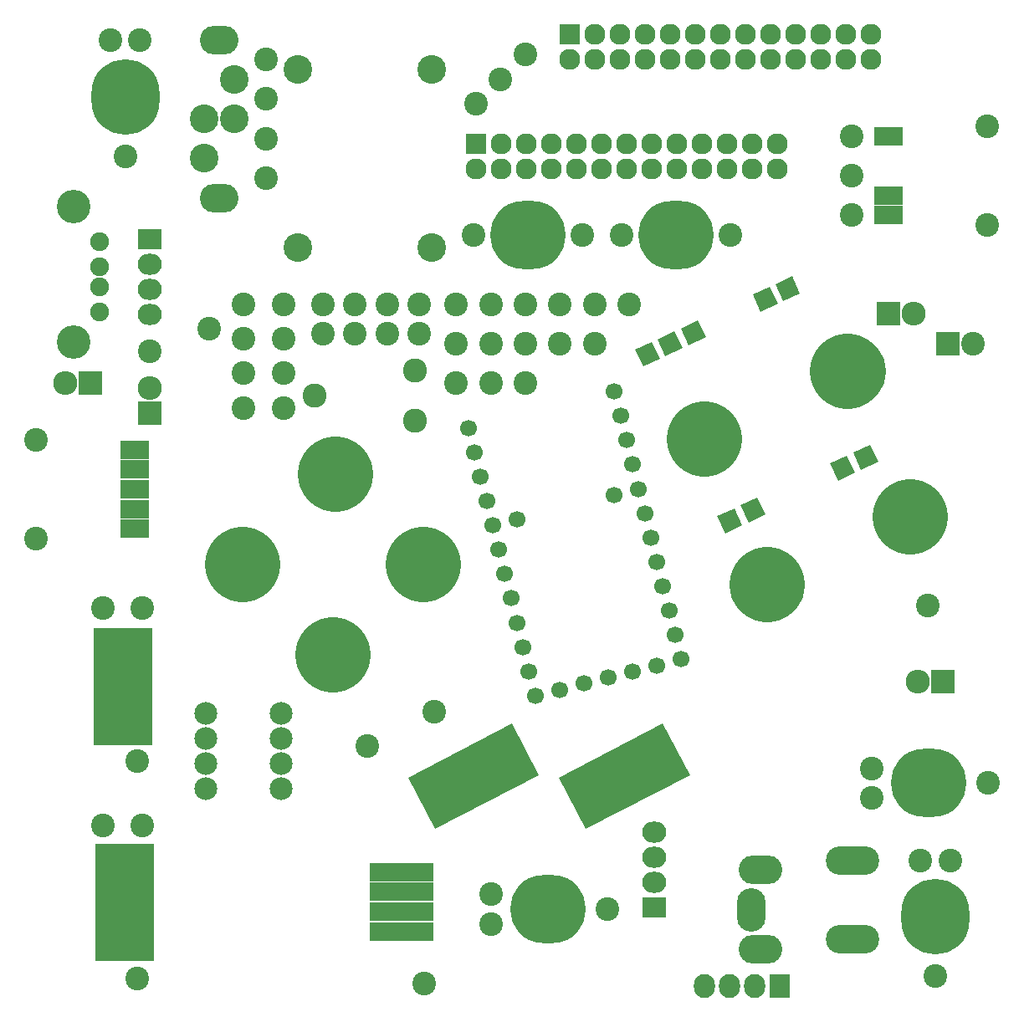
<source format=gts>
G04 #@! TF.FileFunction,Soldermask,Top*
%FSLAX46Y46*%
G04 Gerber Fmt 4.6, Leading zero omitted, Abs format (unit mm)*
G04 Created by KiCad (PCBNEW 4.0.2+e4-6225~38~ubuntu14.04.1-stable) date sam. 02 juil. 2016 22:13:44 CEST*
%MOMM*%
G01*
G04 APERTURE LIST*
%ADD10C,0.100000*%
%ADD11C,7.620000*%
%ADD12C,0.150000*%
%ADD13C,2.400000*%
%ADD14O,4.400000X2.900000*%
%ADD15O,2.900000X4.400000*%
%ADD16O,5.400000X2.900000*%
%ADD17C,2.432000*%
%ADD18C,2.305000*%
%ADD19R,2.127200X2.432000*%
%ADD20O,2.127200X2.432000*%
%ADD21R,2.432000X2.127200*%
%ADD22O,2.432000X2.127200*%
%ADD23R,2.400000X2.400000*%
%ADD24C,2.398980*%
%ADD25R,6.400000X1.900000*%
%ADD26R,2.432000X2.432000*%
%ADD27O,2.432000X2.432000*%
%ADD28R,2.127200X2.127200*%
%ADD29O,2.127200X2.127200*%
%ADD30C,1.700000*%
%ADD31R,5.900000X11.900000*%
%ADD32C,2.900000*%
%ADD33O,3.900000X2.900000*%
%ADD34R,2.900000X1.900000*%
%ADD35C,1.901140*%
%ADD36C,3.399740*%
%ADD37O,7.650000X6.900000*%
%ADD38O,6.900000X7.650000*%
G04 APERTURE END LIST*
D10*
D11*
X155896290Y-85446640D02*
X155896290Y-85446640D01*
X170374290Y-78588640D02*
X170374290Y-78588640D01*
X176677300Y-93294730D02*
X176677300Y-93294730D01*
X162199300Y-100152730D02*
X162199300Y-100152730D01*
X127401300Y-98120730D02*
X127401300Y-98120730D01*
X118511300Y-88976730D02*
X118511300Y-88976730D01*
X109113300Y-98120730D02*
X109113300Y-98120730D01*
X118257300Y-107264730D02*
X118257300Y-107264730D01*
D12*
X135956780Y-115302820D02*
X138185370Y-119583220D01*
X145789370Y-118117640D02*
X148017970Y-122398050D01*
X151196780Y-115302820D02*
X153425370Y-119583220D01*
X130549370Y-118117640D02*
X132777970Y-122398050D01*
D13*
X132500000Y-64750000D03*
X137750000Y-75750000D03*
X137750000Y-71750000D03*
X130750000Y-75750000D03*
X134250000Y-75750000D03*
X134250000Y-71750000D03*
X130750000Y-71750000D03*
X141250000Y-71750000D03*
X170750000Y-58750000D03*
X141250000Y-75750000D03*
X172800000Y-121750000D03*
X98750000Y-45050000D03*
X177750000Y-128050000D03*
X127500000Y-140500000D03*
X172800000Y-118750000D03*
X95750000Y-45050000D03*
X180750000Y-128050000D03*
X109250000Y-82250000D03*
X109250000Y-71750000D03*
X109250000Y-78750000D03*
X98500000Y-140000000D03*
X184550000Y-120250000D03*
X109250000Y-75250000D03*
X113250000Y-71750000D03*
X95000000Y-124500000D03*
X95000000Y-102500000D03*
X143500000Y-64750000D03*
X158502758Y-64750000D03*
X147502758Y-64750000D03*
X123750000Y-74750000D03*
X134250000Y-79750000D03*
X137750000Y-79750000D03*
X120500000Y-71750000D03*
X105750000Y-74250000D03*
X148250000Y-71750000D03*
X123750000Y-71750000D03*
X120500000Y-74750000D03*
X98500000Y-118000000D03*
X144750000Y-71750000D03*
X113250000Y-78750000D03*
X178500000Y-102250000D03*
X113250000Y-75250000D03*
X113250000Y-82250000D03*
X179250000Y-139800000D03*
X99000000Y-102500000D03*
X127000000Y-71750000D03*
X127000000Y-74750000D03*
X130750000Y-79750000D03*
X99000000Y-124500000D03*
X134300000Y-131500000D03*
X134300000Y-134500000D03*
X146050000Y-133000000D03*
D14*
X161578150Y-137050000D03*
X161578150Y-129050000D03*
D15*
X160578150Y-133050000D03*
D16*
X170828150Y-128050000D03*
X170828150Y-136050000D03*
D17*
X126580000Y-78460000D03*
X116420000Y-81000000D03*
X126580000Y-83540000D03*
D18*
X105380000Y-113190000D03*
X105380000Y-115730000D03*
X105380000Y-118270000D03*
X105380000Y-120810000D03*
X113000000Y-120810000D03*
X113000000Y-118270000D03*
X113000000Y-115730000D03*
X113000000Y-113190000D03*
D19*
X163468150Y-140750000D03*
D20*
X160928150Y-140750000D03*
X158388150Y-140750000D03*
X155848150Y-140750000D03*
D21*
X150750000Y-132830000D03*
D22*
X150750000Y-130290000D03*
X150750000Y-127750000D03*
X150750000Y-125210000D03*
D10*
G36*
X148855077Y-76359886D02*
X150577062Y-75556911D01*
X151380037Y-77278896D01*
X149658052Y-78081871D01*
X148855077Y-76359886D01*
X148855077Y-76359886D01*
G37*
G36*
X151120846Y-75303340D02*
X152842831Y-74500365D01*
X153645806Y-76222350D01*
X151923821Y-77025325D01*
X151120846Y-75303340D01*
X151120846Y-75303340D01*
G37*
G36*
X153477247Y-74204533D02*
X155199232Y-73401558D01*
X156002207Y-75123543D01*
X154280222Y-75926518D01*
X153477247Y-74204533D01*
X153477247Y-74204533D01*
G37*
G36*
X160773024Y-70802456D02*
X162495009Y-69999481D01*
X163297984Y-71721466D01*
X161575999Y-72524441D01*
X160773024Y-70802456D01*
X160773024Y-70802456D01*
G37*
G36*
X163038794Y-69745910D02*
X164760779Y-68942935D01*
X165563754Y-70664920D01*
X163841769Y-71467895D01*
X163038794Y-69745910D01*
X163038794Y-69745910D01*
G37*
G36*
X170938702Y-86805628D02*
X172660687Y-86002653D01*
X173463662Y-87724638D01*
X171741677Y-88527613D01*
X170938702Y-86805628D01*
X170938702Y-86805628D01*
G37*
G36*
X168582301Y-87904435D02*
X170304286Y-87101460D01*
X171107261Y-88823445D01*
X169385276Y-89626420D01*
X168582301Y-87904435D01*
X168582301Y-87904435D01*
G37*
G36*
X159519224Y-92130618D02*
X161241209Y-91327643D01*
X162044184Y-93049628D01*
X160322199Y-93852603D01*
X159519224Y-92130618D01*
X159519224Y-92130618D01*
G37*
G36*
X157162823Y-93229425D02*
X158884808Y-92426450D01*
X159687783Y-94148435D01*
X157965798Y-94951410D01*
X157162823Y-93229425D01*
X157162823Y-93229425D01*
G37*
D23*
X180500000Y-75750000D03*
D13*
X183040000Y-75750000D03*
D24*
X128509023Y-112981476D03*
X121750000Y-116500000D03*
D25*
X125250000Y-133250000D03*
X125250000Y-131250000D03*
X125250000Y-129250000D03*
X125250000Y-135250000D03*
D26*
X174500000Y-72750000D03*
D27*
X177040000Y-72750000D03*
D28*
X132750000Y-55500000D03*
D29*
X132750000Y-58040000D03*
X135290000Y-55500000D03*
X135290000Y-58040000D03*
X137830000Y-55500000D03*
X137830000Y-58040000D03*
X140370000Y-55500000D03*
X140370000Y-58040000D03*
X142910000Y-55500000D03*
X142910000Y-58040000D03*
X145450000Y-55500000D03*
X145450000Y-58040000D03*
X147990000Y-55500000D03*
X147990000Y-58040000D03*
X150530000Y-55500000D03*
X150530000Y-58040000D03*
X153070000Y-55500000D03*
X153070000Y-58040000D03*
X155610000Y-55500000D03*
X155610000Y-58040000D03*
X158150000Y-55500000D03*
X158150000Y-58040000D03*
X160690000Y-55500000D03*
X160690000Y-58040000D03*
X163230000Y-55500000D03*
X163230000Y-58040000D03*
D26*
X99750000Y-82790000D03*
D27*
X99750000Y-80250000D03*
D26*
X93750000Y-79750000D03*
D27*
X91210000Y-79750000D03*
D26*
X180040000Y-110000000D03*
D27*
X177500000Y-110000000D03*
D30*
X131976698Y-84288414D03*
X132591179Y-86752965D03*
X133205661Y-89217516D03*
X133820143Y-91682067D03*
X134434624Y-94146618D03*
X136899175Y-93532137D03*
X135049106Y-96611169D03*
X135663587Y-99075720D03*
X136278069Y-101540272D03*
X136892551Y-104004823D03*
X137507032Y-106469374D03*
X138121514Y-108933925D03*
X138735995Y-111398476D03*
X141200547Y-110783995D03*
X143665098Y-110169513D03*
X146129649Y-109555031D03*
X148594200Y-108940550D03*
X151058751Y-108326068D03*
X153523302Y-107711586D03*
X152908821Y-105247035D03*
X152294339Y-102782484D03*
X151679857Y-100317933D03*
X146757380Y-91074210D03*
X148607449Y-87995177D03*
X147992968Y-85530626D03*
X149221931Y-90459728D03*
X149836413Y-92924280D03*
X146764005Y-80601524D03*
X147378486Y-83066075D03*
X151065376Y-97853382D03*
X150450894Y-95388831D03*
D31*
X97227139Y-132309106D03*
X97000000Y-110500000D03*
D13*
X97250000Y-56800000D03*
X111500000Y-55000000D03*
X111500000Y-51000000D03*
X111500000Y-59000000D03*
X111500000Y-47000000D03*
D32*
X128250000Y-66000000D03*
X114750000Y-66000000D03*
X114750000Y-48000000D03*
X128250000Y-48000000D03*
D33*
X106750000Y-61000000D03*
X106750000Y-45000000D03*
D32*
X105250000Y-57000000D03*
X105250000Y-53000000D03*
X108250000Y-49000000D03*
X108250000Y-53000000D03*
D34*
X174500000Y-54750000D03*
X174500000Y-60750000D03*
X174500000Y-62750000D03*
D13*
X184500000Y-63750000D03*
X184500000Y-53750000D03*
D34*
X98250000Y-90500000D03*
X98250000Y-88500000D03*
X98250000Y-86500000D03*
X98250000Y-92500000D03*
X98250000Y-94500000D03*
D13*
X88250000Y-95500000D03*
X88250000Y-85500000D03*
X144750000Y-75750000D03*
D21*
X99750000Y-65210000D03*
D22*
X99750000Y-67750000D03*
X99750000Y-70290000D03*
X99750000Y-72830000D03*
D35*
X94667000Y-72540000D03*
X94667000Y-70000000D03*
X94667000Y-67968000D03*
X94667000Y-65428000D03*
D36*
X92000000Y-75588000D03*
X92000000Y-61872000D03*
D13*
X99750000Y-76500000D03*
D28*
X142250000Y-44460000D03*
D29*
X142250000Y-47000000D03*
X144790000Y-44460000D03*
X144790000Y-47000000D03*
X147330000Y-44460000D03*
X147330000Y-47000000D03*
X149870000Y-44460000D03*
X149870000Y-47000000D03*
X152410000Y-44460000D03*
X152410000Y-47000000D03*
X154950000Y-44460000D03*
X154950000Y-47000000D03*
X157490000Y-44460000D03*
X157490000Y-47000000D03*
X160030000Y-44460000D03*
X160030000Y-47000000D03*
X162570000Y-44460000D03*
X162570000Y-47000000D03*
X165110000Y-44460000D03*
X165110000Y-47000000D03*
X167650000Y-44460000D03*
X167650000Y-47000000D03*
X170190000Y-44460000D03*
X170190000Y-47000000D03*
X172730000Y-44460000D03*
X172730000Y-47000000D03*
D13*
X135250000Y-49000000D03*
X137750000Y-46500000D03*
X132750000Y-51500000D03*
X170750000Y-62750000D03*
X170750000Y-54750000D03*
X117250000Y-71750000D03*
X117250000Y-74750000D03*
D10*
G36*
X143825088Y-124907244D02*
X141109909Y-119669133D01*
X151674912Y-114192756D01*
X154390091Y-119430867D01*
X143825088Y-124907244D01*
X143825088Y-124907244D01*
G37*
G36*
X128575088Y-124907244D02*
X125859909Y-119669133D01*
X136424912Y-114192756D01*
X139140091Y-119430867D01*
X128575088Y-124907244D01*
X128575088Y-124907244D01*
G37*
D37*
X178550000Y-120250000D03*
D38*
X97250000Y-50800000D03*
X179250000Y-133800000D03*
D37*
X138000000Y-64750000D03*
X153002758Y-64750000D03*
X118500000Y-89000000D03*
X118250000Y-107250000D03*
D38*
X127400000Y-98100000D03*
X155900000Y-85400000D03*
D37*
X170400000Y-78600000D03*
X162200000Y-100200000D03*
D38*
X176700000Y-93300000D03*
X109100000Y-98100000D03*
D37*
X140050000Y-133000000D03*
M02*

</source>
